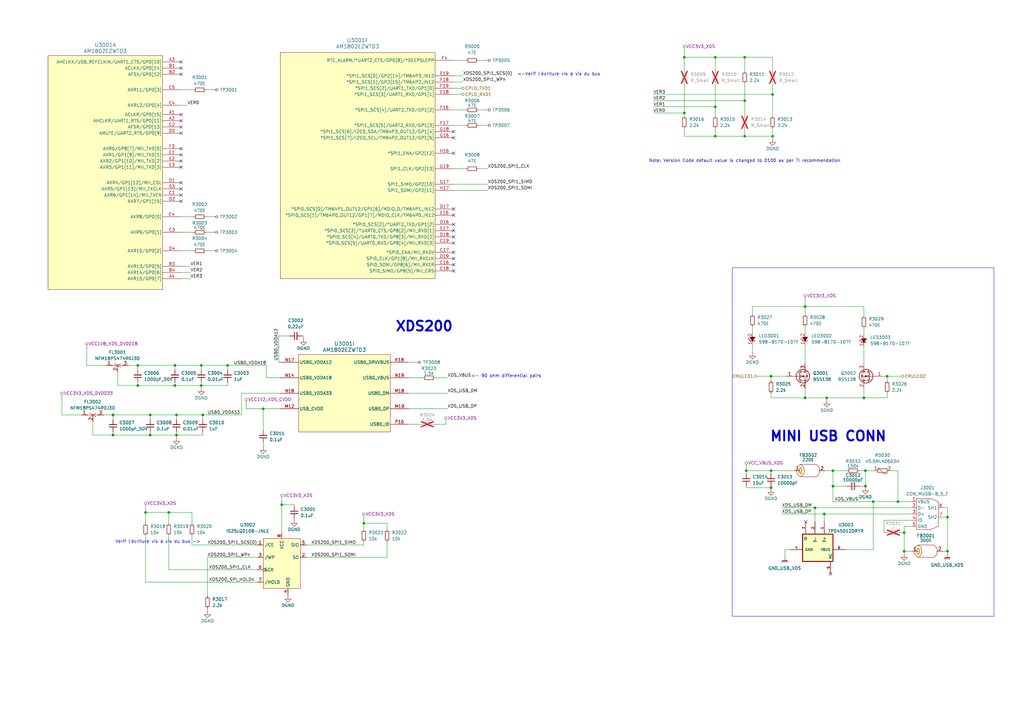
<source format=kicad_sch>
(kicad_sch (version 20250114) (generator "eeschema") (generator_version "9.0")
  (paper "A3")
  (title_block (title "Barre de son (base saine)") (date "2025-05-16") (rev "1.0") (company "NDH"))
  (rectangle (start 300.355 109.855) (end 407.67 252.73))
  (text "XDS200" (at 173.99 133.985 0) (effects (font (size 4 4) (thickness 0.8) (bold yes))))
  (text "Note: Version Code default value is changed to 0100 as per TI recommendation\n" (at 305.435 66.04 0) (effects (font (size 1.27 1.27))))
  (text "<- 90 ohm differential pairs\n" (at 207.645 154.305 0) (effects (font (size 1.27 1.27))))
  (text "<-Verif l'écriture vis à vis du bus" (at 229.235 30.48 0) (effects (font (size 1.27 1.27))))
  (text "Verif l'écriture vis à vis du bus ->\n" (at 64.77 222.25 0) (effects (font (size 1.27 1.27))))
  (text "MINI USB CONN\n" (at 339.725 179.07 0) (effects (font (size 4 4) (thickness 0.8) (bold yes))))
  (junction (at 316.23 193.04))
  (junction (at 363.855 154.305))
  (junction (at 280.67 46.355))
  (junction (at 149.225 214.63))
  (junction (at 61.595 178.435))
  (junction (at 61.595 170.18))
  (junction (at 56.515 149.86))
  (junction (at 293.37 43.815))
  (junction (at 46.355 178.435))
  (junction (at 370.84 226.06))
  (junction (at 71.755 158.115))
  (junction (at 72.39 178.435))
  (junction (at 293.37 55.88))
  (junction (at 341.63 193.04))
  (junction (at 293.37 23.495))
  (junction (at 115.57 207.01))
  (junction (at 330.2 163.195))
  (junction (at 316.865 55.88))
  (junction (at 71.755 149.86))
  (junction (at 341.63 199.39))
  (junction (at 305.435 23.495))
  (junction (at 388.62 212.09))
  (junction (at 305.435 55.88))
  (junction (at 316.23 200.025))
  (junction (at 334.264 208.28))
  (junction (at 339.09 163.195))
  (junction (at 316.23 154.305))
  (junction (at 83.185 170.18))
  (junction (at 338.074 210.82))
  (junction (at 280.67 23.495))
  (junction (at 59.69 210.185))
  (junction (at 306.07 193.04))
  (junction (at 368.3 205.74))
  (junction (at 93.345 149.86))
  (junction (at 330.2 125.73))
  (junction (at 107.95 167.64))
  (junction (at 316.865 38.735))
  (junction (at 72.39 170.18))
  (junction (at 46.355 170.18))
  (junction (at 305.435 41.275))
  (junction (at 82.55 149.86))
  (junction (at 69.215 210.185))
  (junction (at 370.84 218.44))
  (junction (at 354.33 163.195))
  (junction (at 82.55 158.115))
  (junction (at 56.515 158.115))
  (junction (at 354.965 193.04))
  (junction (at 388.62 226.06))
  (junction (at 358.14 205.74))
  (junction (at 354.965 199.39))
  (no_connect (at 74.295 25.4))
  (no_connect (at 186.055 94.615))
  (no_connect (at 74.295 30.48))
  (no_connect (at 186.055 85.725))
  (no_connect (at 186.055 97.155))
  (no_connect (at 186.055 106.045))
  (no_connect (at 74.295 52.07))
  (no_connect (at 74.295 27.94))
  (no_connect (at 74.295 60.96))
  (no_connect (at 74.295 63.5))
  (no_connect (at 340.614 235.331))
  (no_connect (at 74.295 46.99))
  (no_connect (at 74.295 77.47))
  (no_connect (at 186.055 99.695))
  (no_connect (at 186.055 53.975))
  (no_connect (at 74.295 54.61))
  (no_connect (at 74.295 74.93))
  (no_connect (at 186.055 108.585))
  (no_connect (at 330.454 213.995))
  (no_connect (at 186.055 103.505))
  (no_connect (at 186.055 88.265))
  (no_connect (at 74.295 68.58))
  (no_connect (at 74.295 82.55))
  (no_connect (at 186.055 62.865))
  (no_connect (at 186.055 56.515))
  (no_connect (at 186.055 92.075))
  (no_connect (at 74.295 49.53))
  (no_connect (at 186.055 111.125))
  (no_connect (at 74.295 66.04))
  (no_connect (at 74.295 80.01))
  (wire (pts (xy 78.74 214.63) (xy 78.74 210.185)))
  (wire (pts (xy 293.37 23.495) (xy 293.37 29.21)))
  (wire (pts (xy 189.865 31.115) (xy 186.055 31.115)))
  (wire (pts (xy 69.215 214.63) (xy 69.215 210.185)))
  (wire (pts (xy 200.66 45.085) (xy 196.215 45.085)))
  (wire (pts (xy 82.55 159.385) (xy 82.55 158.115)))
  (wire (pts (xy 338.074 210.82) (xy 338.074 213.995)))
  (wire (pts (xy 330.2 125.73) (xy 308.61 125.73)))
  (wire (pts (xy 354.965 200.025) (xy 354.965 199.39)))
  (wire (pts (xy 306.07 192.405) (xy 306.07 193.04)))
  (wire (pts (xy 316.865 38.735) (xy 316.865 47.625)))
  (wire (pts (xy 158.75 222.25) (xy 158.75 228.6)))
  (wire (pts (xy 200.025 78.105) (xy 186.055 78.105)))
  (wire (pts (xy 61.595 177.165) (xy 61.595 178.435)))
  (wire (pts (xy 316.23 199.39) (xy 316.23 200.025)))
  (wire (pts (xy 339.09 164.465) (xy 339.09 163.195)))
  (wire (pts (xy 105.41 228.6) (xy 85.09 228.6)))
  (wire (pts (xy 35.56 149.8713) (xy 43.4634 149.8713)))
  (wire (pts (xy 341.63 193.04) (xy 341.63 199.39)))
  (wire (pts (xy 191.135 24.765) (xy 186.055 24.765)))
  (wire (pts (xy 46.355 170.18) (xy 61.595 170.18)))
  (wire (pts (xy 316.865 34.29) (xy 316.865 38.735)))
  (wire (pts (xy 267.97 38.735) (xy 316.865 38.735)))
  (wire (pts (xy 114.935 167.64) (xy 107.95 167.64)))
  (wire (pts (xy 177.8 173.99) (xy 182.88 173.99)))
  (wire (pts (xy 25.4 163.83) (xy 25.4 170.1913)))
  (wire (pts (xy 109.22 154.94) (xy 109.22 149.86)))
  (wire (pts (xy 25.4 170.1913) (xy 33.3034 170.1913)))
  (wire (pts (xy 308.61 125.73) (xy 308.61 128.905)))
  (wire (pts (xy 114.935 161.29) (xy 99.06 161.29)))
  (wire (pts (xy 71.755 149.86) (xy 71.755 151.765)))
  (wire (pts (xy 321.945 225.425) (xy 324.104 225.425)))
  (wire (pts (xy 305.435 41.275) (xy 305.435 47.625)))
  (wire (pts (xy 93.345 156.845) (xy 93.345 158.115)))
  (wire (pts (xy 48.26 152.7445) (xy 48.2771 152.7445)))
  (wire (pts (xy 99.06 161.29) (xy 99.06 170.18)))
  (wire (pts (xy 72.39 179.705) (xy 72.39 178.435)))
  (wire (pts (xy 78.105 109.22) (xy 74.295 109.22)))
  (wire (pts (xy 374.015 205.74) (xy 368.3 205.74)))
  (wire (pts (xy 386.715 226.06) (xy 388.62 226.06)))
  (wire (pts (xy 308.61 133.985) (xy 308.61 136.525)))
  (wire (pts (xy 125.73 228.6) (xy 158.75 228.6)))
  (wire (pts (xy 280.67 55.88) (xy 280.67 52.705)))
  (wire (pts (xy 115.57 207.01) (xy 115.57 218.44)))
  (wire (pts (xy 363.855 154.305) (xy 361.95 154.305)))
  (wire (pts (xy 38.1 178.435) (xy 46.355 178.435)))
  (wire (pts (xy 370.84 218.44) (xy 370.84 226.06)))
  (wire (pts (xy 191.135 69.215) (xy 186.055 69.215)))
  (wire (pts (xy 200.025 69.215) (xy 196.215 69.215)))
  (wire (pts (xy 72.39 178.435) (xy 61.595 178.435)))
  (wire (pts (xy 305.435 23.495) (xy 293.37 23.495)))
  (wire (pts (xy 69.215 233.68) (xy 105.41 233.68)))
  (wire (pts (xy 267.97 41.275) (xy 305.435 41.275)))
  (wire (pts (xy 354.33 129.54) (xy 354.33 125.73)))
  (wire (pts (xy 293.37 34.29) (xy 293.37 43.815)))
  (wire (pts (xy 56.515 149.86) (xy 52.6858 149.86)))
  (wire (pts (xy 330.2 149.225) (xy 330.2 141.605)))
  (wire (pts (xy 100.965 166.37) (xy 100.965 167.64)))
  (wire (pts (xy 306.07 200.025) (xy 306.07 199.39)))
  (wire (pts (xy 38.1 173.0645) (xy 38.1171 173.0645)))
  (wire (pts (xy 293.37 52.705) (xy 293.37 55.88)))
  (wire (pts (xy 330.2 133.985) (xy 330.2 136.525)))
  (wire (pts (xy 330.2 125.73) (xy 330.2 128.905)))
  (wire (pts (xy 305.435 52.705) (xy 305.435 55.88)))
  (wire (pts (xy 56.515 156.845) (xy 56.515 158.115)))
  (wire (pts (xy 200.66 51.435) (xy 196.215 51.435)))
  (wire (pts (xy 114.3 148.59) (xy 114.935 148.59)))
  (wire (pts (xy 347.345 193.04) (xy 341.63 193.04)))
  (wire (pts (xy 374.015 215.9) (xy 370.84 215.9)))
  (wire (pts (xy 46.355 170.18) (xy 42.5258 170.18)))
  (wire (pts (xy 172.72 173.99) (xy 167.64 173.99)))
  (wire (pts (xy 114.935 154.94) (xy 109.22 154.94)))
  (wire (pts (xy 93.345 158.115) (xy 82.55 158.115)))
  (wire (pts (xy 363.855 161.29) (xy 363.855 163.195)))
  (wire (pts (xy 125.73 223.52) (xy 149.225 223.52)))
  (wire (pts (xy 330.2 159.385) (xy 330.2 163.195)))
  (wire (pts (xy 158.75 217.17) (xy 158.75 214.63)))
  (wire (pts (xy 267.97 46.355) (xy 280.67 46.355)))
  (wire (pts (xy 107.95 181.61) (xy 107.95 183.515)))
  (wire (pts (xy 354.33 134.62) (xy 354.33 137.16)))
  (wire (pts (xy 88.9 36.83) (xy 84.455 36.83)))
  (wire (pts (xy 341.63 199.39) (xy 341.63 205.74)))
  (wire (pts (xy 341.63 199.39) (xy 347.345 199.39)))
  (wire (pts (xy 189.865 33.655) (xy 186.055 33.655)))
  (wire (pts (xy 305.435 55.88) (xy 293.37 55.88)))
  (wire (pts (xy 83.185 170.18) (xy 83.185 172.085)))
  (wire (pts (xy 35.56 143.51) (xy 35.56 149.8713)))
  (wire (pts (xy 79.375 102.87) (xy 74.295 102.87)))
  (wire (pts (xy 358.14 205.74) (xy 368.3 205.74)))
  (wire (pts (xy 118.11 244.475) (xy 118.11 243.84)))
  (wire (pts (xy 85.09 228.6) (xy 85.09 244.475)))
  (wire (pts (xy 83.185 170.18) (xy 99.06 170.18)))
  (wire (pts (xy 362.585 213.36) (xy 362.585 218.44)))
  (wire (pts (xy 293.37 23.495) (xy 280.67 23.495)))
  (wire (pts (xy 114.3 137.795) (xy 118.745 137.795)))
  (wire (pts (xy 124.46 139.065) (xy 124.46 137.795)))
  (wire (pts (xy 305.435 23.495) (xy 305.435 29.21)))
  (wire (pts (xy 354.965 193.04) (xy 358.775 193.04)))
  (wire (pts (xy 183.515 161.29) (xy 167.64 161.29)))
  (wire (pts (xy 38.1 178.435) (xy 38.1 173.0645)))
  (wire (pts (xy 69.215 210.185) (xy 78.74 210.185)))
  (wire (pts (xy 316.23 193.04) (xy 325.755 193.04)))
  (wire (pts (xy 78.105 111.76) (xy 74.295 111.76)))
  (wire (pts (xy 107.95 167.64) (xy 107.95 176.53)))
  (wire (pts (xy 338.074 210.82) (xy 374.015 210.82)))
  (wire (pts (xy 306.07 194.31) (xy 306.07 193.04)))
  (wire (pts (xy 82.55 158.115) (xy 71.755 158.115)))
  (wire (pts (xy 79.375 36.83) (xy 74.295 36.83)))
  (wire (pts (xy 61.595 178.435) (xy 46.355 178.435)))
  (wire (pts (xy 338.455 193.04) (xy 341.63 193.04)))
  (wire (pts (xy 191.135 51.435) (xy 186.055 51.435)))
  (wire (pts (xy 46.355 170.18) (xy 46.355 172.085)))
  (wire (pts (xy 334.264 208.28) (xy 374.015 208.28)))
  (wire (pts (xy 316.23 200.66) (xy 316.23 200.025)))
  (wire (pts (xy 362.585 218.44) (xy 363.855 218.44)))
  (wire (pts (xy 189.23 38.735) (xy 186.055 38.735)))
  (wire (pts (xy 52.6858 149.86) (xy 52.6858 149.8713)))
  (wire (pts (xy 71.755 156.845) (xy 71.755 158.115)))
  (wire (pts (xy 293.37 43.815) (xy 293.37 47.625)))
  (wire (pts (xy 71.755 158.115) (xy 56.515 158.115)))
  (wire (pts (xy 82.55 149.86) (xy 82.55 151.765)))
  (wire (pts (xy 280.67 23.495) (xy 280.67 29.21)))
  (wire (pts (xy 354.965 199.39) (xy 354.965 193.04)))
  (wire (pts (xy 93.345 149.86) (xy 109.22 149.86)))
  (wire (pts (xy 363.855 163.195) (xy 354.33 163.195)))
  (wire (pts (xy 76.835 43.18) (xy 74.295 43.18)))
  (wire (pts (xy 79.375 88.9) (xy 74.295 88.9)))
  (wire (pts (xy 69.215 219.71) (xy 69.215 233.68)))
  (wire (pts (xy 124.46 137.795) (xy 123.825 137.795)))
  (wire (pts (xy 200.66 24.765) (xy 196.215 24.765)))
  (wire (pts (xy 83.185 177.165) (xy 83.185 178.435)))
  (wire (pts (xy 59.69 210.185) (xy 69.215 210.185)))
  (wire (pts (xy 200.025 75.565) (xy 186.055 75.565)))
  (wire (pts (xy 172.085 148.59) (xy 167.64 148.59)))
  (wire (pts (xy 316.23 200.025) (xy 306.07 200.025)))
  (wire (pts (xy 363.855 156.21) (xy 363.855 154.305)))
  (wire (pts (xy 48.26 158.115) (xy 48.26 152.7445)))
  (wire (pts (xy 191.135 45.085) (xy 186.055 45.085)))
  (wire (pts (xy 114.3 148.59) (xy 114.3 137.795)))
  (wire (pts (xy 341.63 205.74) (xy 358.14 205.74)))
  (wire (pts (xy 158.75 214.63) (xy 149.225 214.63)))
  (wire (pts (xy 306.07 193.04) (xy 316.23 193.04)))
  (wire (pts (xy 368.3 205.74) (xy 368.3 193.04)))
  (wire (pts (xy 322.58 154.305) (xy 316.23 154.305)))
  (wire (pts (xy 189.23 36.195) (xy 186.055 36.195)))
  (wire (pts (xy 78.74 223.52) (xy 78.74 219.71)))
  (wire (pts (xy 79.375 95.25) (xy 74.295 95.25)))
  (wire (pts (xy 354.33 163.195) (xy 354.33 159.385)))
  (wire (pts (xy 72.39 170.18) (xy 72.39 172.085)))
  (wire (pts (xy 352.425 193.04) (xy 354.965 193.04)))
  (wire (pts (xy 370.84 215.9) (xy 370.84 218.44)))
  (wire (pts (xy 388.62 226.06) (xy 388.62 212.09)))
  (wire (pts (xy 59.69 208.915) (xy 59.69 210.185)))
  (wire (pts (xy 388.62 227.33) (xy 388.62 226.06)))
  (wire (pts (xy 316.23 194.31) (xy 316.23 193.04)))
  (wire (pts (xy 82.55 149.86) (xy 93.345 149.86)))
  (wire (pts (xy 48.26 158.115) (xy 56.515 158.115)))
  (wire (pts (xy 88.9 95.25) (xy 84.455 95.25)))
  (wire (pts (xy 93.345 149.86) (xy 93.345 151.765)))
  (wire (pts (xy 346.71 225.425) (xy 358.14 225.425)))
  (wire (pts (xy 82.55 156.845) (xy 82.55 158.115)))
  (wire (pts (xy 370.84 227.33) (xy 370.84 226.06)))
  (wire (pts (xy 173.355 154.94) (xy 167.64 154.94)))
  (wire (pts (xy 88.9 88.9) (xy 84.455 88.9)))
  (wire (pts (xy 316.865 23.495) (xy 305.435 23.495)))
  (wire (pts (xy 316.865 52.705) (xy 316.865 55.88)))
  (wire (pts (xy 308.61 144.78) (xy 308.61 141.605)))
  (wire (pts (xy 320.675 210.82) (xy 338.074 210.82)))
  (wire (pts (xy 316.865 57.15) (xy 316.865 55.88)))
  (wire (pts (xy 85.09 250.825) (xy 85.09 249.555)))
  (wire (pts (xy 388.62 212.09) (xy 386.715 212.09)))
  (wire (pts (xy 149.225 214.63) (xy 149.225 217.17)))
  (wire (pts (xy 358.14 225.425) (xy 358.14 205.74)))
  (wire (pts (xy 115.57 205.74) (xy 115.57 207.01)))
  (wire (pts (xy 293.37 55.88) (xy 280.67 55.88)))
  (wire (pts (xy 183.515 167.64) (xy 167.64 167.64)))
  (wire (pts (xy 71.755 149.86) (xy 82.55 149.86)))
  (wire (pts (xy 339.09 163.195) (xy 330.2 163.195)))
  (wire (pts (xy 321.945 228.6) (xy 321.945 225.425)))
  (wire (pts (xy 149.225 213.36) (xy 149.225 214.63)))
  (wire (pts (xy 330.2 123.825) (xy 330.2 125.73)))
  (wire (pts (xy 280.67 21.59) (xy 280.67 23.495)))
  (wire (pts (xy 305.435 34.29) (xy 305.435 41.275)))
  (wire (pts (xy 72.39 177.165) (xy 72.39 178.435)))
  (wire (pts (xy 334.264 208.28) (xy 334.264 213.995)))
  (wire (pts (xy 354.33 149.225) (xy 354.33 142.24)))
  (wire (pts (xy 320.675 208.28) (xy 334.264 208.28)))
  (wire (pts (xy 56.515 149.86) (xy 56.515 151.765)))
  (wire (pts (xy 316.865 55.88) (xy 305.435 55.88)))
  (wire (pts (xy 88.9 102.87) (xy 84.455 102.87)))
  (wire (pts (xy 280.67 46.355) (xy 280.67 47.625)))
  (wire (pts (xy 368.3 193.04) (xy 365.125 193.04)))
  (wire (pts (xy 388.62 208.28) (xy 388.62 212.09)))
  (wire (pts (xy 330.2 163.195) (xy 316.23 163.195)))
  (wire (pts (xy 374.015 213.36) (xy 362.585 213.36)))
  (wire (pts (xy 354.33 125.73) (xy 330.2 125.73)))
  (wire (pts (xy 59.69 210.185) (xy 59.69 214.63)))
  (wire (pts (xy 107.95 167.64) (xy 100.965 167.64)))
  (wire (pts (xy 267.97 43.815) (xy 293.37 43.815)))
  (wire (pts (xy 339.09 163.195) (xy 354.33 163.195)))
  (wire (pts (xy 83.185 178.435) (xy 72.39 178.435)))
  (wire (pts (xy 120.65 207.01) (xy 120.65 207.645)))
  (wire (pts (xy 316.23 163.195) (xy 316.23 161.29)))
  (wire (pts (xy 46.355 177.165) (xy 46.355 178.435)))
  (wire (pts (xy 280.67 34.29) (xy 280.67 46.355)))
  (wire (pts (xy 316.865 29.21) (xy 316.865 23.495)))
  (wire (pts (xy 120.65 207.01) (xy 115.57 207.01)))
  (wire (pts (xy 368.935 218.44) (xy 370.84 218.44)))
  (wire (pts (xy 369.57 154.305) (xy 363.855 154.305)))
  (wire (pts (xy 149.225 222.25) (xy 149.225 223.52)))
  (wire (pts (xy 42.5258 170.18) (xy 42.5258 170.1913)))
  (wire (pts (xy 72.39 170.18) (xy 83.185 170.18)))
  (wire (pts (xy 310.515 154.305) (xy 316.23 154.305)))
  (wire (pts (xy 78.105 114.3) (xy 74.295 114.3)))
  (wire (pts (xy 61.595 170.18) (xy 61.595 172.085)))
  (wire (pts (xy 352.425 199.39) (xy 354.965 199.39)))
  (wire (pts (xy 59.69 238.76) (xy 59.69 219.71)))
  (wire (pts (xy 386.715 208.28) (xy 388.62 208.28)))
  (wire (pts (xy 120.65 213.36) (xy 120.65 212.725)))
  (wire (pts (xy 78.74 223.52) (xy 105.41 223.52)))
  (wire (pts (xy 105.41 238.76) (xy 59.69 238.76)))
  (wire (pts (xy 316.23 154.305) (xy 316.23 156.21)))
  (wire (pts (xy 370.84 226.06) (xy 374.015 226.06)))
  (wire (pts (xy 183.515 154.94) (xy 178.435 154.94)))
  (wire (pts (xy 61.595 170.18) (xy 72.39 170.18)))
  (wire (pts (xy 56.515 149.86) (xy 71.755 149.86)))
  (label "XDS_USB_DP" (at 320.675 210.82 0))
  (label "VER0" (at 76.835 43.18 0))
  (label "XDS200_SPI1_SIMO" (at 127.635 223.52 0))
  (label "USB0_VDDA18" (at 95.885 149.86 0))
  (label "XDS200_SPI1_SCS(0)" (at 189.865 31.115 0))
  (label "XDS_VBUS" (at 183.515 154.94 0))
  (label "XDS200_SPI1_CLK" (at 85.725 233.68 0))
  (label "USB0_VDDA12" (at 114.3 147.955 90))
  (label "XDS_VBUS" (at 342.265 205.74 0))
  (label "XDS_USB_DM" (at 320.675 208.28 0))
  (label "VER3" (at 267.97 38.735 0))
  (label "XDS200_SPI1_SOMI" (at 200.025 78.105 0))
  (label "XDS200_SPI1_SOMI" (at 127.635 228.6 0))
  (label "XDS_USB_DM" (at 183.515 161.29 0))
  (label "VER2" (at 78.105 111.76 0))
  (label "XDS200_SPI1_SIMO" (at 200.025 75.565 0))
  (label "USB0_VDDA33" (at 85.09 170.18 0))
  (label "XDS200_SPI1_WPn" (at 85.09 228.6 0))
  (label "XDS200_SPI_HOLDn" (at 85.725 238.76 0))
  (label "XDS200_SPI1_CLK" (at 200.025 69.215 0))
  (label "VER0" (at 267.97 46.355 0))
  (label "VER3" (at 78.105 114.3 0))
  (label "XDS_USB_DP" (at 183.515 167.64 0))
  (label "XDS200_SPI1_WPn" (at 189.865 33.655 0))
  (label "VER1" (at 78.105 109.22 0))
  (label "VER2" (at 267.97 41.275 0))
  (label "VER1" (at 267.97 43.815 0))
  (label "XDS200_SPI1_SCS(0)" (at 85.09 223.52 0))
  (hierarchical_label "EMULED1" (shape bidirectional) (at 310.515 154.305 180))
  (hierarchical_label "CPLD_TXD1" (shape bidirectional) (at 189.23 36.195 0))
  (hierarchical_label "CPLD_RXD1" (shape bidirectional) (at 189.23 38.735 0))
  (hierarchical_label "EMULED2" (shape bidirectional) (at 369.57 154.305 0))
  (netclass_flag "" (length 2.54) (shape round) (at 25.4 163.83 0) (property "Netclass" "VCC3V3_XDS_DVDD33" (at 26.0985 161.29 0) (effects (justify left))))
  (netclass_flag "" (length 2.54) (shape round) (at 182.88 173.99 0) (property "Netclass" "VCC3V3_XDS" (at 183.5785 171.45 0) (effects (justify left))))
  (netclass_flag "" (length 2.54) (shape round) (at 306.07 192.405 0) (property "Netclass" "VCC_VBUS_XDS" (at 306.7685 189.865 0) (effects (justify left))))
  (netclass_flag "" (length 2.54) (shape round) (at 100.965 166.37 0) (property "Netclass" "VCC1V2_XDS_CVDD" (at 101.6635 163.83 0) (effects (justify left))))
  (netclass_flag "" (length 2.54) (shape round) (at 35.56 143.51 0) (property "Netclass" "VCC1V8_XDS_DVDD18" (at 36.2585 140.97 0) (effects (justify left))))
  (netclass_flag "" (length 2.54) (shape round) (at 149.225 213.36 0) (property "Netclass" "VCC3V3_XDS" (at 149.9235 210.82 0) (effects (justify left))))
  (netclass_flag "" (length 2.54) (shape round) (at 330.2 123.825 0) (property "Netclass" "VCC3V3_XDS" (at 330.8985 121.285 0) (effects (justify left))))
  (netclass_flag "" (length 2.54) (shape round) (at 59.69 208.915 0) (property "Netclass" "VCC3V3_XDS" (at 60.3885 206.375 0) (effects (justify left))))
  (netclass_flag "" (length 2.54) (shape round) (at 115.57 205.74 0) (property "Netclass" "VCC3V3_XDS" (at 116.2685 203.2 0) (effects (justify left))))
  (netclass_flag "" (length 2.54) (shape round) (at 280.67 21.59 0) (property "Netclass" "VCC3V3_XDS" (at 281.3685 19.05 0) (effects (justify left))))
  (symbol (lib_id "Libglobal:NFM18PS474R0J3D") (at 48.895 144.4745 0) (unit 1)
    (property "Reference" "FL3001" (at 48.1547 144.4745 0))
    (property "Value" "NFM18PS474R0J3D" (at 48.1547 147.0145 0))
  )
  (symbol (lib_id "Transistor_FET:BSS138") (at 327.66 154.305 0) (unit 1)
    (property "Reference" "Q3001" (at 333.375 153.0349 0) (effects (justify left)))
    (property "Value" "BSS138" (at 333.375 155.5749 0) (effects (justify left)))
    (property "Footprint" "Package_TO_SOT_SMD:SOT-23" (effects (hide yes)))
    (property "Datasheet" "https://www.onsemi.com/pub/Collateral/BSS138-D.PDF" (effects (hide yes)))
    (property "Description" "50V Vds, 0.22A Id, N-Channel MOSFET, SOT-23" (effects (hide yes)))
  )
  (symbol (lib_id "power:GNDPWR") (at 321.945 228.6 0) (unit 1)
    (property "Reference" "#PWR03002" (effects (hide yes)))
    (property "Value" "GND_USB_XDS" (at 321.818 233.045 0))
    (property "Description" "Power symbol creates a global label with name \"GNDPWR\" , global ground" (effects (hide yes)))
  )
  (symbol (lib_id "Device:R_Small") (at 366.395 218.44 90) (unit 1) (dnp yes)
    (property "Reference" "R3031" (at 366.395 214.63 90))
    (property "Value" "~" (at 366.395 216.535 90))
    (property "Description" "Resistor, small symbol" (effects (hide yes)))
  )
  (symbol (lib_id "Libglobal:598-8170-107F") (at 325.12 139.065 90) (unit 1)
    (property "Reference" "LED3002" (at 332.74 137.7314 90) (effects (justify right)))
    (property "Value" "598-8170-107F" (at 332.74 140.2714 90) (effects (justify right)))
  )
  (symbol (lib_id "Connector:TestPoint_Small") (at 172.085 148.59 0) (unit 1)
    (property "Reference" "TP3008" (at 173.355 148.59 0) (effects (justify left)))
    (property "Value" "TestPoint_Small" (effects (hide yes)))
    (property "Description" "test point" (effects (hide yes)))
  )
  (symbol (lib_id "Device:R_Small") (at 81.915 95.25 90) (unit 1)
    (property "Reference" "R3003" (at 81.915 91.44 90))
    (property "Value" "470E" (at 81.915 93.345 90))
    (property "Description" "Resistor, small symbol" (effects (hide yes)))
  )
  (symbol (lib_id "Device:R_Small") (at 85.09 247.015 0) (unit 1)
    (property "Reference" "R3017" (at 86.995 245.7449 0) (effects (justify left)))
    (property "Value" "2.2k" (at 86.995 248.2849 0) (effects (justify left)))
    (property "Description" "Resistor, small symbol" (effects (hide yes)))
  )
  (symbol (lib_id "Device:R_Small") (at 293.37 50.165 0) (unit 1)
    (property "Reference" "R3015" (at 295.275 48.8949 0) (effects (justify left)))
    (property "Value" "2.2k" (at 295.275 51.4349 0) (effects (justify left)))
    (property "Description" "Resistor, small symbol" (effects (hide yes)))
  )
  (symbol (lib_id "Device:R_Small") (at 193.675 69.215 90) (unit 1)
    (property "Reference" "R3008" (at 193.675 63.5 90))
    (property "Value" "47E" (at 193.675 66.04 90))
    (property "Description" "Resistor, small symbol" (effects (hide yes)))
  )
  (symbol (lib_id "power:GND") (at 308.61 144.78 0) (unit 1)
    (property "Reference" "#PWR0666" (effects (hide yes)))
    (property "Value" "DGND" (at 308.61 148.59 0))
    (property "Description" "Power symbol creates a global label with name \"GND\" , ground" (effects (hide yes)))
  )
  (symbol (lib_id "power:GND") (at 85.09 250.825 0) (unit 1)
    (property "Reference" "#PWR0660" (effects (hide yes)))
    (property "Value" "DGND" (at 85.09 254.635 0))
    (property "Description" "Power symbol creates a global label with name \"GND\" , ground" (effects (hide yes)))
  )
  (symbol (lib_id "Libglobal:AM1802EZWTD3") (at -92.075 123.19 0) (unit 1)
    (property "Reference" "U3001" (at 43.18 18.415 0) (effects (font (size 1.524 1.524))))
    (property "Value" "AM1802EZWTD3" (at 43.18 20.955 0) (effects (font (size 1.524 1.524))))
    (property "Footprint" "ZCE361" (effects (hide yes)))
    (property "Datasheet" "AM1802EZWTD3" (effects (hide yes)))
  )
  (symbol (lib_id "Device:R_Small") (at 78.74 217.17 0) (unit 1)
    (property "Reference" "R3020" (at 80.645 215.8999 0) (effects (justify left)))
    (property "Value" "10k" (at 80.645 218.4399 0) (effects (justify left)))
    (property "Description" "Resistor, small symbol" (effects (hide yes)))
  )
  (symbol (lib_id "Connector:TestPoint_Small") (at 88.9 102.87 0) (unit 1)
    (property "Reference" "TP3004" (at 90.17 102.8699 0) (effects (justify left)))
    (property "Value" "TestPoint_Small" (effects (hide yes)))
    (property "Description" "test point" (effects (hide yes)))
  )
  (symbol (lib_id "Libglobal:CON_MUSB-B_5_F") (at 379.095 200.66 0) (unit 1)
    (property "Reference" "J3001" (at 380.365 200.025 0))
    (property "Value" "CON_MUSB-B_5_F" (at 380.365 202.565 0))
  )
  (symbol (lib_id "Device:R_Small") (at 308.61 131.445 0) (unit 1)
    (property "Reference" "R3027" (at 310.515 130.1749 0) (effects (justify left)))
    (property "Value" "470E" (at 310.515 132.7149 0) (effects (justify left)))
    (property "Description" "Resistor, small symbol" (effects (hide yes)))
  )
  (symbol (lib_id "Device:R_Small") (at 280.67 50.165 0) (unit 1)
    (property "Reference" "R3016" (at 282.575 48.8949 0) (effects (justify left)))
    (property "Value" "2.2k" (at 282.575 51.4349 0) (effects (justify left)))
    (property "Description" "Resistor, small symbol" (effects (hide yes)))
  )
  (symbol (lib_id "Device:R_Small") (at 175.26 173.99 90) (unit 1) (dnp yes)
    (property "Reference" "R3024" (at 175.26 170.18 90))
    (property "Value" "1.5k" (at 175.26 172.085 90))
    (property "Description" "Resistor, small symbol" (effects (hide yes)))
  )
  (symbol (lib_id "Libglobal:MPZ1005S121CT000") (at 380.365 222.25 0) (unit 1)
    (property "Reference" "FB3001" (at 379.73 219.71 0))
    (property "Value" "300E" (at 379.73 221.615 0))
  )
  (symbol (lib_id "Device:R_Small") (at 59.69 217.17 0) (unit 1)
    (property "Reference" "R3018" (at 61.595 215.8999 0) (effects (justify left)))
    (property "Value" "10k" (at 61.595 218.4399 0) (effects (justify left)))
    (property "Description" "Resistor, small symbol" (effects (hide yes)))
  )
  (symbol (lib_id "Device:C_Small") (at 349.885 199.39 90) (unit 1)
    (property "Reference" "C3012" (at 349.885 194.945 90))
    (property "Value" "10000pF" (at 349.885 196.85 90))
    (property "Description" "Unpolarized capacitor, small symbol" (effects (hide yes)))
  )
  (symbol (lib_id "Connector:TestPoint_Small") (at 88.9 95.25 0) (unit 1)
    (property "Reference" "TP3003" (at 90.17 95.2499 0) (effects (justify left)))
    (property "Value" "TestPoint_Small" (effects (hide yes)))
    (property "Description" "test point" (effects (hide yes)))
  )
  (symbol (lib_id "power:GND") (at 82.55 159.385 0) (unit 1)
    (property "Reference" "#PWR0663" (effects (hide yes)))
    (property "Value" "DGND" (at 82.55 163.195 0))
    (property "Description" "Power symbol creates a global label with name \"GND\" , ground" (effects (hide yes)))
  )
  (symbol (lib_id "Device:C_Small") (at 306.07 196.85 180) (unit 1)
    (property "Reference" "C3014" (at 308.61 195.5735 0) (effects (justify right)))
    (property "Value" "10uF" (at 308.61 198.1135 0) (effects (justify right)))
    (property "Description" "Unpolarized capacitor, small symbol" (effects (hide yes)))
  )
  (symbol (lib_id "power:GND") (at 107.95 183.515 0) (unit 1)
    (property "Reference" "#PWR0665" (effects (hide yes)))
    (property "Value" "DGND" (at 107.95 187.325 0))
    (property "Description" "Power symbol creates a global label with name \"GND\" , ground" (effects (hide yes)))
  )
  (symbol (lib_id "Device:C_Small") (at 316.23 196.85 180) (unit 1)
    (property "Reference" "C3013" (at 318.77 195.5735 0) (effects (justify right)))
    (property "Value" "10000pF" (at 318.77 198.1135 0) (effects (justify right)))
    (property "Description" "Unpolarized capacitor, small symbol" (effects (hide yes)))
  )
  (symbol (lib_id "Device:R_Small") (at 158.75 219.71 0) (unit 1)
    (property "Reference" "R3022" (at 160.655 218.4399 0) (effects (justify left)))
    (property "Value" "10k" (at 160.655 220.9799 0) (effects (justify left)))
    (property "Description" "Resistor, small symbol" (effects (hide yes)))
  )
  (symbol (lib_id "Device:C_Small") (at 56.515 154.305 180) (unit 1)
    (property "Reference" "C3006" (at 59.055 153.0285 0) (effects (justify right)))
    (property "Value" "1000pF_50V" (at 59.055 155.5685 0) (effects (justify right)))
    (property "Description" "Unpolarized capacitor, small symbol" (effects (hide yes)))
  )
  (symbol (lib_id "Libglobal:598-8170-107F") (at 303.53 139.065 90) (unit 1)
    (property "Reference" "LED3001" (at 311.15 137.7314 90) (effects (justify right)))
    (property "Value" "598-8170-107F" (at 311.15 140.2714 90) (effects (justify right)))
  )
  (symbol (lib_id "Device:R_Small") (at 349.885 193.04 90) (unit 1)
    (property "Reference" "R3032" (at 349.885 189.23 90))
    (property "Value" "150k" (at 349.885 191.135 90))
    (property "Description" "Resistor, small symbol" (effects (hide yes)))
  )
  (symbol (lib_id "Libglobal:AM1802EZWTD3") (at 34.925 121.285 0) (unit 6)
    (property "Reference" "U3001" (at 146.685 16.51 0) (effects (font (size 1.524 1.524))))
    (property "Value" "AM1802EZWTD3" (at 146.685 19.05 0) (effects (font (size 1.524 1.524))))
    (property "Footprint" "ZCE361" (effects (hide yes)))
    (property "Datasheet" "AM1802EZWTD3" (effects (hide yes)))
  )
  (symbol (lib_id "Libglobal:AM1802EZWTD3") (at 20.955 245.11 0) (unit 9)
    (property "Reference" "U3001" (at 141.2875 140.97 0) (effects (font (size 1.524 1.524))))
    (property "Value" "AM1802EZWTD3" (at 141.2875 143.51 0) (effects (font (size 1.524 1.524))))
    (property "Footprint" "ZCE361" (effects (hide yes)))
    (property "Datasheet" "AM1802EZWTD3" (effects (hide yes)))
  )
  (symbol (lib_id "Device:C_Small") (at 46.355 174.625 180) (unit 1)
    (property "Reference" "C3007" (at 48.895 173.3485 0) (effects (justify right)))
    (property "Value" "1000pF_50V" (at 48.895 175.8885 0) (effects (justify right)))
    (property "Description" "Unpolarized capacitor, small symbol" (effects (hide yes)))
  )
  (symbol (lib_id "Device:R_Small") (at 293.37 31.75 0) (unit 1) (dnp yes)
    (property "Reference" "R3010" (at 295.91 30.4799 0) (effects (justify left)))
    (property "Value" "R_Small" (at 295.91 33.0199 0) (effects (justify left)))
    (property "Description" "Resistor, small symbol" (effects (hide yes)))
  )
  (symbol (lib_id "power:GND") (at 120.65 213.36 0) (unit 1)
    (property "Reference" "#PWR0661" (effects (hide yes)))
    (property "Value" "DGND" (at 120.65 217.17 0))
    (property "Description" "Power symbol creates a global label with name \"GND\" , ground" (effects (hide yes)))
  )
  (symbol (lib_id "power:GND") (at 118.11 244.475 0) (unit 1)
    (property "Reference" "#PWR0659" (effects (hide yes)))
    (property "Value" "DGND" (at 118.11 248.285 0))
    (property "Description" "Power symbol creates a global label with name \"GND\" , ground" (effects (hide yes)))
  )
  (symbol (lib_id "Device:C_Small") (at 82.55 154.305 180) (unit 1)
    (property "Reference" "C3004" (at 85.09 153.0285 0) (effects (justify right)))
    (property "Value" "0.01uF" (at 85.09 155.5685 0) (effects (justify right)))
    (property "Description" "Unpolarized capacitor, small symbol" (effects (hide yes)))
  )
  (symbol (lib_id "Libglobal:MPZ1005S121CT000") (at 332.105 189.23 0) (unit 1)
    (property "Reference" "FB3002" (at 331.47 186.69 0))
    (property "Value" "220E" (at 331.47 188.595 0))
  )
  (symbol (lib_id "power:GND") (at 124.46 139.065 0) (unit 1)
    (property "Reference" "#PWR0662" (effects (hide yes)))
    (property "Value" "DGND" (at 124.46 142.875 0))
    (property "Description" "Power symbol creates a global label with name \"GND\" , ground" (effects (hide yes)))
  )
  (symbol (lib_id "Connector:TestPoint_Small") (at 200.66 45.085 0) (unit 1)
    (property "Reference" "TP3006" (at 201.93 45.0849 0) (effects (justify left)))
    (property "Value" "TestPoint_Small" (effects (hide yes)))
    (property "Description" "test point" (effects (hide yes)))
  )
  (symbol (lib_id "Libglobal:598-8170-107F") (at 349.25 139.7 90) (unit 1)
    (property "Reference" "LED3003" (at 356.87 138.3664 90) (effects (justify right)))
    (property "Value" "598-8170-107F" (at 356.87 140.9064 90) (effects (justify right)))
  )
  (symbol (lib_id "Device:R_Small") (at 316.865 31.75 0) (unit 1) (dnp yes)
    (property "Reference" "R3012" (at 319.405 30.4799 0) (effects (justify left)))
    (property "Value" "R_Small" (at 319.405 33.0199 0) (effects (justify left)))
    (property "Description" "Resistor, small symbol" (effects (hide yes)))
  )
  (symbol (lib_id "Transistor_FET:BSS138") (at 356.87 154.305 0) (mirror y) (unit 1)
    (property "Reference" "Q3002" (at 351.155 153.0349 0) (effects (justify left)))
    (property "Value" "BSS138" (at 351.155 155.5749 0) (effects (justify left)))
    (property "Footprint" "Package_TO_SOT_SMD:SOT-23" (effects (hide yes)))
    (property "Datasheet" "https://www.onsemi.com/pub/Collateral/BSS138-D.PDF" (effects (hide yes)))
    (property "Description" "50V Vds, 0.22A Id, N-Channel MOSFET, SOT-23" (effects (hide yes)))
  )
  (symbol (lib_id "Device:R_Small") (at 316.23 158.75 0) (unit 1)
    (property "Reference" "R3025" (at 318.135 157.4799 0) (effects (justify left)))
    (property "Value" "2.2k" (at 318.135 160.0199 0) (effects (justify left)))
    (property "Description" "Resistor, small symbol" (effects (hide yes)))
  )
  (symbol (lib_id "Connector:TestPoint_Small") (at 200.66 51.435 0) (unit 1)
    (property "Reference" "TP3007" (at 201.93 51.4349 0) (effects (justify left)))
    (property "Value" "TestPoint_Small" (effects (hide yes)))
    (property "Description" "test point" (effects (hide yes)))
  )
  (symbol (lib_id "Device:R_Small") (at 305.435 50.165 0) (unit 1) (dnp yes)
    (property "Reference" "R3014" (at 307.975 48.8949 0) (effects (justify left)))
    (property "Value" "R_Small" (at 307.975 51.4349 0) (effects (justify left)))
    (property "Description" "Resistor, small symbol" (effects (hide yes)))
  )
  (symbol (lib_id "Libglobal:TPD4S012DRYR") (at 334.264 231.775 0) (unit 1)
    (property "Reference" "U3003" (at 346.964 215.265 0))
    (property "Value" "TPD4S012DRYR" (at 346.964 217.805 0))
    (property "Footprint" "TPD4S012DRYR:PSON50P145X100X60-6N" (effects (hide yes)))
    (property "MF" "Texas Instruments" (effects (hide yes)))
    (property "Description_1" "Quad 0.8-pF, 5.5-V, ±10-kV ESD protection diode with 15-V tolerant Vbus for USB Interface<" (effects (hide yes)))
    (property "Package" "USON-6 Texas Instruments" (effects (hide yes)))
    (property "Price" "None" (effects (hide yes)))
    (property "SnapEDA_Link" "https://www.snapeda.com/parts/TPD4S012DRYR/Texas+Instruments/view-part/?ref=snap" (effects (hide yes)))
    (property "MP" "TPD4S012DRYR" (effects (hide yes)))
    (property "Availability" "In Stock" (effects (hide yes)))
    (property "Check_prices" "https://www.snapeda.com/parts/TPD4S012DRYR/Texas+Instruments/view-part/?ref=eda" (effects (hide yes)))
  )
  (symbol (lib_id "Device:R_Small") (at 81.915 88.9 90) (unit 1)
    (property "Reference" "R3002" (at 81.915 83.82 90))
    (property "Value" "470E" (at 81.915 86.36 90))
    (property "Description" "Resistor, small symbol" (effects (hide yes)))
  )
  (symbol (lib_id "Device:C_Small") (at 83.185 174.625 180) (unit 1)
    (property "Reference" "C3010" (at 85.725 173.3485 0) (effects (justify right)))
    (property "Value" "1uF" (at 85.725 175.8885 0) (effects (justify right)))
    (property "Description" "Unpolarized capacitor, small symbol" (effects (hide yes)))
  )
  (symbol (lib_id "Device:R_Small") (at 149.225 219.71 0) (unit 1)
    (property "Reference" "R3021" (at 151.13 218.4399 0) (effects (justify left)))
    (property "Value" "10k" (at 151.13 220.9799 0) (effects (justify left)))
    (property "Description" "Resistor, small symbol" (effects (hide yes)))
  )
  (symbol (lib_id "Device:R_Small") (at 330.2 131.445 0) (unit 1)
    (property "Reference" "R3028" (at 332.105 130.1749 0) (effects (justify left)))
    (property "Value" "470E" (at 332.105 132.7149 0) (effects (justify left)))
    (property "Description" "Resistor, small symbol" (effects (hide yes)))
  )
  (symbol (lib_id "Connector:TestPoint_Small") (at 200.66 24.765 0) (unit 1)
    (property "Reference" "TP3005" (at 201.93 24.7649 0) (effects (justify left)))
    (property "Value" "TestPoint_Small" (effects (hide yes)))
    (property "Description" "test point" (effects (hide yes)))
  )
  (symbol (lib_id "Device:C_Small") (at 71.755 154.305 180) (unit 1)
    (property "Reference" "C3005" (at 74.295 153.0285 0) (effects (justify right)))
    (property "Value" "0.1uF" (at 74.295 155.5685 0) (effects (justify right)))
    (property "Description" "Unpolarized capacitor, small symbol" (effects (hide yes)))
  )
  (symbol (lib_id "Device:R_Small") (at 175.895 154.94 90) (unit 1)
    (property "Reference" "R3023" (at 175.895 151.13 90))
    (property "Value" "1.5k" (at 175.895 153.035 90))
    (property "Description" "Resistor, small symbol" (effects (hide yes)))
  )
  (symbol (lib_id "Device:R_Small") (at 305.435 31.75 0) (unit 1)
    (property "Reference" "R3011" (at 307.34 30.4799 0) (effects (justify left)))
    (property "Value" "2.2k" (at 307.34 33.0199 0) (effects (justify left)))
    (property "Description" "Resistor, small symbol" (effects (hide yes)))
  )
  (symbol (lib_id "power:GNDPWR") (at 388.62 227.33 0) (unit 1)
    (property "Reference" "#PWR03001" (effects (hide yes)))
    (property "Value" "GND_USB_XDS" (at 388.493 231.775 0))
    (property "Description" "Power symbol creates a global label with name \"GNDPWR\" , global ground" (effects (hide yes)))
  )
  (symbol (lib_id "Device:R_Small") (at 354.33 132.08 0) (unit 1)
    (property "Reference" "R3029" (at 356.235 130.8099 0) (effects (justify left)))
    (property "Value" "470E" (at 356.235 133.3499 0) (effects (justify left)))
    (property "Description" "Resistor, small symbol" (effects (hide yes)))
  )
  (symbol (lib_id "Device:R_Small") (at 193.675 45.085 90) (unit 1)
    (property "Reference" "R3006" (at 193.675 41.275 90))
    (property "Value" "47E" (at 193.675 43.18 90))
    (property "Description" "Resistor, small symbol" (effects (hide yes)))
  )
  (symbol (lib_id "power:GND") (at 316.23 200.66 0) (unit 1)
    (property "Reference" "#PWR0670" (effects (hide yes)))
    (property "Value" "DGND" (at 316.23 204.47 0))
    (property "Description" "Power symbol creates a global label with name \"GND\" , ground" (effects (hide yes)))
  )
  (symbol (lib_id "power:GND") (at 316.865 57.15 0) (unit 1)
    (property "Reference" "#PWR0658" (effects (hide yes)))
    (property "Value" "DGND" (at 316.865 60.96 0))
    (property "Description" "Power symbol creates a global label with name \"GND\" , ground" (effects (hide yes)))
  )
  (symbol (lib_id "power:GND") (at 370.84 227.33 0) (unit 1)
    (property "Reference" "#PWR0668" (effects (hide yes)))
    (property "Value" "DGND" (at 370.84 231.14 0))
    (property "Description" "Power symbol creates a global label with name \"GND\" , ground" (effects (hide yes)))
  )
  (symbol (lib_id "Device:R_Small") (at 363.855 158.75 0) (unit 1)
    (property "Reference" "R3026" (at 365.76 157.4799 0) (effects (justify left)))
    (property "Value" "2.2k" (at 365.76 160.0199 0) (effects (justify left)))
    (property "Description" "Resistor, small symbol" (effects (hide yes)))
  )
  (symbol (lib_id "Device:C_Small") (at 121.285 137.795 90) (unit 1)
    (property "Reference" "C3002" (at 121.2913 131.445 90))
    (property "Value" "0.22uF" (at 121.2913 133.985 90))
    (property "Description" "Unpolarized capacitor, small symbol" (effects (hide yes)))
  )
  (symbol (lib_id "Device:C_Small") (at 72.39 174.625 180) (unit 1)
    (property "Reference" "C3009" (at 74.93 173.3485 0) (effects (justify right)))
    (property "Value" "0.01uF" (at 74.93 175.8885 0) (effects (justify right)))
    (property "Description" "Unpolarized capacitor, small symbol" (effects (hide yes)))
  )
  (symbol (lib_id "power:GND") (at 339.09 164.465 0) (unit 1)
    (property "Reference" "#PWR0667" (effects (hide yes)))
    (property "Value" "DGND" (at 339.09 168.275 0))
    (property "Description" "Power symbol creates a global label with name \"GND\" , ground" (effects (hide yes)))
  )
  (symbol (lib_id "Connector:TestPoint_Small") (at 88.9 88.9 0) (unit 1)
    (property "Reference" "TP3002" (at 90.17 88.8999 0) (effects (justify left)))
    (property "Value" "TestPoint_Small" (effects (hide yes)))
    (property "Description" "test point" (effects (hide yes)))
  )
  (symbol (lib_id "power:GND") (at 354.965 200.025 0) (unit 1)
    (property "Reference" "#PWR0669" (effects (hide yes)))
    (property "Value" "DGND" (at 354.965 203.835 0))
    (property "Description" "Power symbol creates a global label with name \"GND\" , ground" (effects (hide yes)))
  )
  (symbol (lib_id "Device:R_Small") (at 193.675 51.435 90) (unit 1)
    (property "Reference" "R3007" (at 193.675 47.625 90))
    (property "Value" "47E" (at 193.675 49.53 90))
    (property "Description" "Resistor, small symbol" (effects (hide yes)))
  )
  (symbol (lib_id "Device:R_Small") (at 69.215 217.17 0) (unit 1)
    (property "Reference" "R3019" (at 71.12 215.8999 0) (effects (justify left)))
    (property "Value" "10k" (at 71.12 218.4399 0) (effects (justify left)))
    (property "Description" "Resistor, small symbol" (effects (hide yes)))
  )
  (symbol (lib_id "Device:C_Small") (at 61.595 174.625 180) (unit 1)
    (property "Reference" "C3008" (at 64.135 173.3485 0) (effects (justify right)))
    (property "Value" "0.1uF" (at 64.135 175.8885 0) (effects (justify right)))
    (property "Description" "Unpolarized capacitor, small symbol" (effects (hide yes)))
  )
  (symbol (lib_id "Device:R_Small") (at 81.915 102.87 90) (unit 1)
    (property "Reference" "R3004" (at 81.915 97.79 90))
    (property "Value" "470E" (at 81.915 100.33 90))
    (property "Description" "Resistor, small symbol" (effects (hide yes)))
  )
  (symbol (lib_id "Device:R_Small") (at 316.865 50.165 0) (unit 1)
    (property "Reference" "R3013" (at 318.77 48.8949 0) (effects (justify left)))
    (property "Value" "2.2k" (at 318.77 51.4349 0) (effects (justify left)))
    (property "Description" "Resistor, small symbol" (effects (hide yes)))
  )
  (symbol (lib_id "Device:C_Small") (at 93.345 154.305 180) (unit 1)
    (property "Reference" "C3003" (at 95.885 153.0285 0) (effects (justify right)))
    (property "Value" "1uF" (at 95.885 155.5685 0) (effects (justify right)))
    (property "Description" "Unpolarized capacitor, small symbol" (effects (hide yes)))
  )
  (symbol (lib_id "Libglobal:V5.5MLA0603H") (at 362.585 187.96 0) (unit 1)
    (property "Reference" "R3030" (at 361.95 186.69 0))
    (property "Value" "V5.5MLA0603H" (at 361.95 189.23 0))
  )
  (symbol (lib_id "Device:R_Small") (at 193.675 24.765 90) (unit 1)
    (property "Reference" "R3005" (at 193.675 19.05 90))
    (property "Value" "47E" (at 193.675 21.59 90))
    (property "Description" "Resistor, small symbol" (effects (hide yes)))
  )
  (symbol (lib_id "Device:R_Small") (at 280.67 31.75 0) (unit 1) (dnp yes)
    (property "Reference" "R3009" (at 283.21 30.4799 0) (effects (justify left)))
    (property "Value" "R_Small" (at 283.21 33.0199 0) (effects (justify left)))
    (property "Description" "Resistor, small symbol" (effects (hide yes)))
  )
  (symbol (lib_id "Libglobal:NFM18PS474R0J3D") (at 38.735 164.7945 0) (unit 1)
    (property "Reference" "FL3002" (at 37.9947 164.7945 0))
    (property "Value" "NFM18PS474R0J3D" (at 37.9947 167.3345 0))
  )
  (symbol (lib_id "Libglobal:IS25LQ010B-JNLE") (at 115.57 217.17 0) (unit 1)
    (property "Reference" "U3002" (at 101.6 215.265 0))
    (property "Value" "IS25LQ010B-JNLE" (at 101.6 217.805 0))
  )
  (symbol (lib_id "Device:C_Small") (at 107.95 179.07 180) (unit 1)
    (property "Reference" "C3011" (at 110.49 177.7935 0) (effects (justify right)))
    (property "Value" "0.1uF" (at 110.49 180.3335 0) (effects (justify right)))
    (property "Description" "Unpolarized capacitor, small symbol" (effects (hide yes)))
  )
  (symbol (lib_id "Device:C_Small") (at 120.65 210.185 0) (unit 1)
    (property "Reference" "C3001" (at 123.19 208.9212 0) (effects (justify left)))
    (property "Value" "0.1uF" (at 123.19 211.4612 0) (effects (justify left)))
    (property "Description" "Unpolarized capacitor, small symbol" (effects (hide yes)))
  )
  (symbol (lib_id "Device:R_Small") (at 81.915 36.83 90) (unit 1)
    (property "Reference" "R3001" (at 81.915 31.75 90))
    (property "Value" "470E" (at 81.915 34.29 90))
    (property "Description" "Resistor, small symbol" (effects (hide yes)))
  )
  (symbol (lib_id "Connector:TestPoint_Small") (at 88.9 36.83 0) (unit 1)
    (property "Reference" "TP3001" (at 90.17 36.8299 0) (effects (justify left)))
    (property "Value" "TestPoint_Small" (effects (hide yes)))
    (property "Description" "test point" (effects (hide yes)))
  )
  (symbol (lib_id "power:GND") (at 72.39 179.705 0) (unit 1)
    (property "Reference" "#PWR0664" (effects (hide yes)))
    (property "Value" "DGND" (at 72.39 183.515 0))
    (property "Description" "Power symbol creates a global label with name \"GND\" , ground" (effects (hide yes)))
  )
)
</source>
